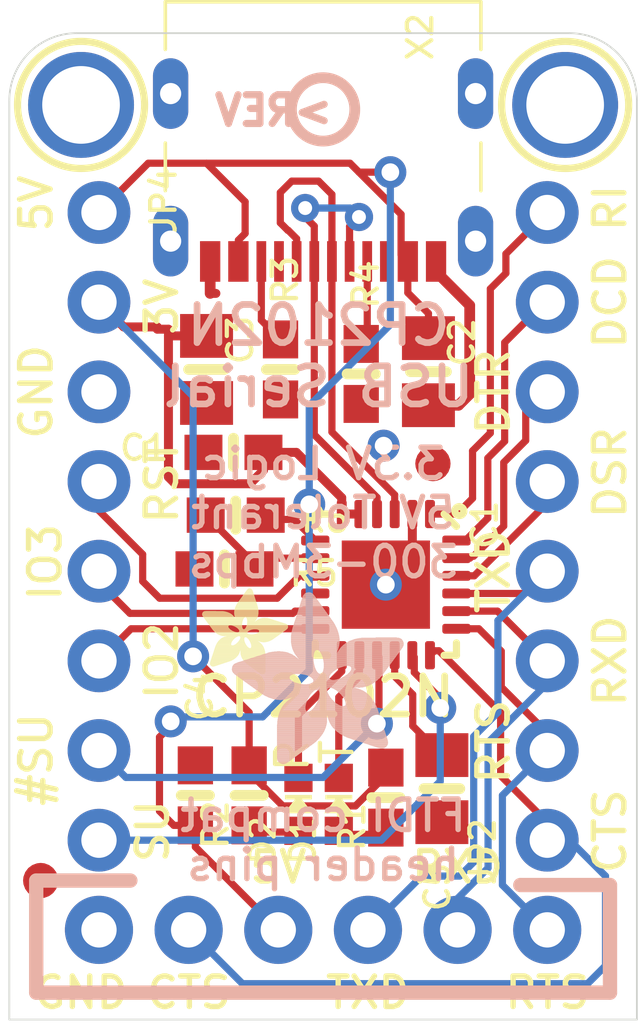
<source format=kicad_pcb>
(kicad_pcb (version 20211014) (generator pcbnew)
  (layers (0 "F.Cu" signal) (31 "B.Cu" signal) (34 "B.Paste" user) (35 "F.Paste" user) (36 "B.SilkS" user "B.Silkscreen") (37 "F.SilkS" user "F.Silkscreen") (38 "B.Mask" user) (39 "F.Mask" user) (44 "Edge.Cuts" user))
  (net 0 "")
  (net 1 "GND")
  (net 2 "VBUS")
  (net 3 "3.3V")
  (net 4 "N$1")
  (net 5 "N$5")
  (net 6 "N$6")
  (net 7 "N$7")
  (net 8 "RXD")
  (net 9 "TXD")
  (net 10 "CTS")
  (net 11 "RTS")
  (net 12 "GPIO2")
  (net 13 "GPIO3")
  (net 14 "RI")
  (net 15 "DCD")
  (net 16 "DTR")
  (net 17 "DSR")
  (net 18 "SUSP")
  (net 19 "#SUSP")
  (net 20 "RST")
  (net 21 "D+")
  (net 22 "D-")
  (net 23 "CC1")
  (net 24 "CC2")
  (net 25 "VBUS_DETECT")
  (net 26 "N$2")
  (footprint "boardEagle:0805-NO" (layer "F.Cu") (at 145.1991 100.5586 -90)
    (fp_text reference "C3" (at -1.5875 -0.9525 90) (layer "F.SilkS") (effects (font (size 0.692831 0.692831) (thickness 0.119969)) (justify right)))
    (fp_text value "10uF")
    (pad "1" smd rect (at -0.95 0 270) (size 1.24 1.5) (layers "F.Cu" "F.Paste" "F.Mask") (net 3 "3.3V"))
    (pad "2" smd rect (at 0.95 0 270) (size 1.24 1.5) (layers "F.Cu" "F.Paste" "F.Mask") (net 1 "GND"))
  )
  (footprint "boardEagle:FIDUCIAL_1MM" (layer "F.Cu") (at 151.6126 103.2256)
    (fp_text reference "FID2" hide)
    (fp_text value "FIDUCIAL_1MM" hide)
    (pad "1" smd roundrect (at 0 0) (size 1 1) (layers "F.Cu" "F.Mask") (roundrect_rratio 0.5))
  )
  (footprint "boardEagle:MOUNTINGHOLE_2.0_PLATED" (layer "F.Cu") (at 155.3591 93.0656)
    (fp_text reference "U$18" hide)
    (fp_text value "MOUNTINGHOLE2.0" hide)
    (pad "P$1" thru_hole circle (at 0 0) (size 3 3) (drill 2.2) (layers *.Cu *.Mask))
  )
  (footprint "boardEagle:0603-NO" (layer "F.Cu") (at 146.0246 104.6861)
    (fp_text reference "R6" (at 1.778 0.127) (layer "F.SilkS") (effects (font (size 0.692831 0.692831) (thickness 0.119969)) (justify left)))
    (fp_text value "20K")
    (pad "1" smd rect (at -0.85 0) (size 1.075 1) (layers "F.Cu" "F.Paste" "F.Mask") (net 25 "VBUS_DETECT"))
    (pad "2" smd rect (at 0.85 0) (size 1.075 1) (layers "F.Cu" "F.Paste" "F.Mask") (net 2 "VBUS"))
  )
  (footprint "boardEagle:MOUNTINGHOLE_2.0_PLATED" (layer "F.Cu") (at 141.6431 93.0656)
    (fp_text reference "U$19" hide)
    (fp_text value "MOUNTINGHOLE2.0" hide)
    (pad "P$1" thru_hole circle (at 0 0) (size 3 3) (drill 2.2) (layers *.Cu *.Mask))
  )
  (footprint "boardEagle:0603-NO" (layer "F.Cu") (at 149.5806 100.6856 90)
    (fp_text reference "R4" (at 1.778 0.127 90) (layer "F.SilkS") (effects (font (size 0.692831 0.692831) (thickness 0.119969)) (justify left)))
    (fp_text value "5.1K")
    (pad "1" smd rect (at -0.85 0 90) (size 1.075 1) (layers "F.Cu" "F.Paste" "F.Mask") (net 1 "GND"))
    (pad "2" smd rect (at 0.85 0 90) (size 1.075 1) (layers "F.Cu" "F.Paste" "F.Mask") (net 23 "CC1"))
  )
  (footprint "boardEagle:0805-NO" (layer "F.Cu") (at 151.4856 100.6221 -90)
    (fp_text reference "C2" (at -1.5875 -0.9525 90) (layer "F.SilkS") (effects (font (size 0.692831 0.692831) (thickness 0.119969)) (justify right)))
    (fp_text value "10uF")
    (pad "1" smd rect (at -0.95 0 270) (size 1.24 1.5) (layers "F.Cu" "F.Paste" "F.Mask") (net 2 "VBUS"))
    (pad "2" smd rect (at 0.95 0 270) (size 1.24 1.5) (layers "F.Cu" "F.Paste" "F.Mask") (net 1 "GND"))
  )
  (footprint "boardEagle:0603-NO" (layer "F.Cu") (at 144.8816 112.6236 90)
    (fp_text reference "C4" (at 2.032 0.127 90) (layer "F.SilkS") (effects (font (size 0.692831 0.692831) (thickness 0.119969)) (justify left)))
    (fp_text value "0.1uF")
    (pad "1" smd rect (at -0.85 0 90) (size 1.075 1) (layers "F.Cu" "F.Paste" "F.Mask") (net 2 "VBUS"))
    (pad "2" smd rect (at 0.85 0 90) (size 1.075 1) (layers "F.Cu" "F.Paste" "F.Mask") (net 1 "GND"))
  )
  (footprint "boardEagle:QFN24_4MM_SMSC" (layer "F.Cu") (at 150.2791 106.6546 -90)
    (fp_text reference "IC1" (at -2.45 -2.8 90) (layer "F.SilkS") (effects (font (size 0.692831 0.692831) (thickness 0.119969)) (justify right)))
    (fp_text value "CP2102N-24")
    (pad "1" smd roundrect (at -2 -1.25 90) (size 0.8 0.28) (layers "F.Cu" "F.Paste" "F.Mask") (net 14 "RI"))
    (pad "2" smd roundrect (at -2 -0.75 90) (size 0.8 0.28) (layers "F.Cu" "F.Paste" "F.Mask") (net 1 "GND"))
    (pad "3" smd roundrect (at -2 -0.25 90) (size 0.8 0.28) (layers "F.Cu" "F.Paste" "F.Mask") (net 21 "D+"))
    (pad "4" smd roundrect (at -2 0.25 90) (size 0.8 0.28) (layers "F.Cu" "F.Paste" "F.Mask") (net 22 "D-"))
    (pad "5" smd roundrect (at -2 0.75 90) (size 0.8 0.28) (layers "F.Cu" "F.Paste" "F.Mask") (net 3 "3.3V"))
    (pad "6" smd roundrect (at -2 1.25 90) (size 0.8 0.28) (layers "F.Cu" "F.Paste" "F.Mask") (net 3 "3.3V"))
    (pad "7" smd roundrect (at -1.25 2) (size 0.8 0.28) (layers "F.Cu" "F.Paste" "F.Mask") (net 2 "VBUS"))
    (pad "8" smd roundrect (at -0.75 2) (size 0.8 0.28) (layers "F.Cu" "F.Paste" "F.Mask") (net 25 "VBUS_DETECT"))
    (pad "9" smd roundrect (at -0.25 2) (size 0.8 0.28) (layers "F.Cu" "F.Paste" "F.Mask") (net 20 "RST"))
    (pad "10" smd roundrect (at 0.25 2) (size 0.8 0.28) (layers "F.Cu" "F.Paste" "F.Mask"))
    (pad "11" smd roundrect (at 0.75 2) (size 0.8 0.28) (layers "F.Cu" "F.Paste" "F.Mask") (net 13 "GPIO3"))
    (pad "12" smd roundrect (at 1.25 2) (size 0.8 0.28) (layers "F.Cu" "F.Paste" "F.Mask") (net 12 "GPIO2"))
    (pad "13" smd roundrect (at 2 1.25 270) (size 0.8 0.28) (layers "F.Cu" "F.Paste" "F.Mask") (net 7 "N$7"))
    (pad "14" smd roundrect (at 2 0.75 270) (size 0.8 0.28) (layers "F.Cu" "F.Paste" "F.Mask") (net 6 "N$6"))
    (pad "15" smd roundrect (at 2 0.25 270) (size 0.8 0.28) (layers "F.Cu" "F.Paste" "F.Mask") (net 19 "#SUSP"))
    (pad "16" smd roundrect (at 2 -0.25 270) (size 0.8 0.28) (layers "F.Cu" "F.Paste" "F.Mask") (net 26 "N$2"))
    (pad "17" smd roundrect (at 2 -0.75 270) (size 0.8 0.28) (layers "F.Cu" "F.Paste" "F.Mask") (net 18 "SUSP"))
    (pad "18" smd roundrect (at 2 -1.25 270) (size 0.8 0.28) (layers "F.Cu" "F.Paste" "F.Mask") (net 10 "CTS"))
    (pad "19" smd roundrect (at 1.25 -2 180) (size 0.8 0.28) (layers "F.Cu" "F.Paste" "F.Mask") (net 11 "RTS"))
    (pad "20" smd roundrect (at 0.75 -2 180) (size 0.8 0.28) (layers "F.Cu" "F.Paste" "F.Mask") (net 8 "RXD"))
    (pad "21" smd roundrect (at 0.25 -2 180) (size 0.8 0.28) (layers "F.Cu" "F.Paste" "F.Mask") (net 9 "TXD"))
    (pad "22" smd roundrect (at -0.25 -2 180) (size 0.8 0.28) (layers "F.Cu" "F.Paste" "F.Mask") (net 17 "DSR"))
    (pad "23" smd roundrect (at -0.75 -2 180) (size 0.8 0.28) (layers "F.Cu" "F.Paste" "F.Mask") (net 16 "DTR"))
    (pad "24" smd roundrect (at -1.25 -2 180) (size 0.8 0.28) (layers "F.Cu" "F.Paste" "F.Mask") (net 15 "DCD"))
    (pad "THERM" smd rect (at 0 0 270) (size 2.5 2.5) (layers "F.Cu" "F.Mask") (net 1 "GND"))
  )
  (footprint "boardEagle:USB_C_CUSB31-CFM2AX-01-X" (layer "F.Cu") (at 148.5011 93.9546 180)
    (fp_text reference "X2" (at -2.75 3.56 90) (layer "F.SilkS") (effects (font (size 0.692831 0.692831) (thickness 0.119969)) (justify right)))
    (fp_text value "")
    (pad "" np_thru_hole circle (at -2.89 -2.47 180) (size 0.65 0.65) (drill 0.65) (layers *.Cu *.Mask))
    (pad "" np_thru_hole circle (at 2.89 -2.47 180) (size 0.65 0.65) (drill 0.65) (layers *.Cu *.Mask))
    (pad "A1B12" smd rect (at -3.2 -3.545 180) (size 0.575 1.15) (layers "F.Cu" "F.Paste" "F.Mask") (net 1 "GND"))
    (pad "A4B9" smd rect (at -2.4 -3.545 180) (size 0.575 1.15) (layers "F.Cu" "F.Paste" "F.Mask") (net 2 "VBUS"))
    (pad "A5" smd rect (at -1.25 -3.545 180) (size 0.275 1.15) (layers "F.Cu" "F.Paste" "F.Mask") (net 23 "CC1"))
    (pad "A6" smd rect (at -0.25 -3.545 180) (size 0.275 1.15) (layers "F.Cu" "F.Paste" "F.Mask") (net 21 "D+"))
    (pad "A7" smd rect (at 0.25 -3.545 180) (size 0.275 1.15) (layers "F.Cu" "F.Paste" "F.Mask") (net 22 "D-"))
    (pad "A8" smd rect (at 1.25 -3.545 180) (size 0.275 1.15) (layers "F.Cu" "F.Paste" "F.Mask"))
    (pad "B1A12" smd rect (at 3.2 -3.545 180) (size 0.575 1.15) (layers "F.Cu" "F.Paste" "F.Mask") (net 1 "GND"))
    (pad "B4A9" smd rect (at 2.4 -3.545 180) (size 0.575 1.15) (layers "F.Cu" "F.Paste" "F.Mask") (net 2 "VBUS"))
    (pad "B5" smd rect (at 1.75 -3.545 180) (size 0.275 1.15) (layers "F.Cu" "F.Paste" "F.Mask") (net 24 "CC2"))
    (pad "B6" smd rect (at 0.75 -3.545 180) (size 0.275 1.15) (layers "F.Cu" "F.Paste" "F.Mask") (net 21 "D+"))
    (pad "B7" smd rect (at -0.75 -3.545 180) (size 0.275 1.15) (layers "F.Cu" "F.Paste" "F.Mask") (net 22 "D-"))
    (pad "B8" smd rect (at -1.75 -3.545 180) (size 0.275 1.15) (layers "F.Cu" "F.Paste" "F.Mask"))
    (pad "M1" thru_hole oval (at -4.32 -2.97 270) (size 2 1) (drill 0.6) (layers *.Cu *.Mask))
    (pad "M2" thru_hole oval (at 4.32 -2.97 270) (size 2 1) (drill 0.6) (layers *.Cu *.Mask))
    (pad "M3" thru_hole oval (at -4.32 1.21 270) (size 2 1) (drill 0.6) (layers *.Cu *.Mask))
    (pad "M4" thru_hole oval (at 4.32 1.21 270) (size 2 1) (drill 0.6) (layers *.Cu *.Mask))
  )
  (footprint "boardEagle:1X08_ROUND_70" (layer "F.Cu") (at 142.1511 105.0036 -90)
    (fp_text reference "JP4" (at -10.2362 -1.8288 90) (layer "F.SilkS") (effects (font (size 0.692831 0.692831) (thickness 0.119969)) (justify right)))
    (fp_text value "Control")
    (pad "1" thru_hole circle (at -8.89 0) (size 1.778 1.778) (drill 1) (layers *.Cu *.Mask) (net 2 "VBUS"))
    (pad "2" thru_hole circle (at -6.35 0) (size 1.778 1.778) (drill 1) (layers *.Cu *.Mask) (net 3 "3.3V"))
    (pad "3" thru_hole circle (at -3.81 0) (size 1.778 1.778) (drill 1) (layers *.Cu *.Mask) (net 1 "GND"))
    (pad "4" thru_hole circle (at -1.27 0) (size 1.778 1.778) (drill 1) (layers *.Cu *.Mask) (net 20 "RST"))
    (pad "5" thru_hole circle (at 1.27 0) (size 1.778 1.778) (drill 1) (layers *.Cu *.Mask) (net 13 "GPIO3"))
    (pad "6" thru_hole circle (at 3.81 0) (size 1.778 1.778) (drill 1) (layers *.Cu *.Mask) (net 12 "GPIO2"))
    (pad "7" thru_hole circle (at 6.35 0) (size 1.778 1.778) (drill 1) (layers *.Cu *.Mask) (net 19 "#SUSP"))
    (pad "8" thru_hole circle (at 8.89 0) (size 1.778 1.778) (drill 1) (layers *.Cu *.Mask) (net 18 "SUSP"))
  )
  (footprint "boardEagle:1X06_ROUND_76" (layer "F.Cu") (at 148.5011 116.4336)
    (fp_text reference "JP1" hide)
    (fp_text value "FTDI")
    (pad "1" thru_hole circle (at -6.35 0 90) (size 1.9304 1.9304) (drill 1) (layers *.Cu *.Mask) (net 1 "GND"))
    (pad "2" thru_hole circle (at -3.81 0 90) (size 1.9304 1.9304) (drill 1) (layers *.Cu *.Mask) (net 10 "CTS"))
    (pad "3" thru_hole circle (at -1.27 0 90) (size 1.9304 1.9304) (drill 1) (layers *.Cu *.Mask) (net 2 "VBUS"))
    (pad "4" thru_hole circle (at 1.27 0 90) (size 1.9304 1.9304) (drill 1) (layers *.Cu *.Mask) (net 9 "TXD"))
    (pad "5" thru_hole circle (at 3.81 0 90) (size 1.9304 1.9304) (drill 1) (layers *.Cu *.Mask) (net 8 "RXD"))
    (pad "6" thru_hole circle (at 6.35 0 90) (size 1.9304 1.9304) (drill 1) (layers *.Cu *.Mask) (net 11 "RTS"))
  )
  (footprint "boardEagle:0603-NO" (layer "F.Cu") (at 150.2791 112.6871 90)
    (fp_text reference "R1" (at -1.5875 -0.9525 90) (layer "F.SilkS") (effects (font (size 0.692831 0.692831) (thickness 0.119969)) (justify left)))
    (fp_text value "20K")
    (pad "1" smd rect (at -0.85 0 90) (size 1.075 1) (layers "F.Cu" "F.Paste" "F.Mask") (net 4 "N$1"))
    (pad "2" smd rect (at 0.85 0 90) (size 1.075 1) (layers "F.Cu" "F.Paste" "F.Mask") (net 3 "3.3V"))
  )
  (footprint "boardEagle:FIDUCIAL_1MM" (layer "F.Cu") (at 140.5001 115.0366)
    (fp_text reference "FID1" hide)
    (fp_text value "FIDUCIAL_1MM" hide)
    (pad "1" smd roundrect (at 0 0) (size 1 1) (layers "F.Cu" "F.Mask") (roundrect_rratio 0.5))
  )
  (footprint "boardEagle:0603-NO" (layer "F.Cu") (at 146.4056 112.6236 90)
    (fp_text reference "R2" (at -1.5875 -0.9525 90) (layer "F.SilkS") (effects (font (size 0.692831 0.692831) (thickness 0.119969)) (justify left)))
    (fp_text value "20K")
    (pad "1" smd rect (at -0.85 0 90) (size 1.075 1) (layers "F.Cu" "F.Paste" "F.Mask") (net 5 "N$5"))
    (pad "2" smd rect (at 0.85 0 90) (size 1.075 1) (layers "F.Cu" "F.Paste" "F.Mask") (net 3 "3.3V"))
  )
  (footprint "boardEagle:1X08_ROUND_70" (layer "F.Cu") (at 154.8511 105.0036 90)
    (fp_text reference "JP2" (at -10.2362 -1.8288 90) (layer "F.SilkS") (effects (font (size 0.692831 0.692831) (thickness 0.119969)) (justify left)))
    (fp_text value "Modem")
    (pad "1" thru_hole circle (at -8.89 0 180) (size 1.778 1.778) (drill 1) (layers *.Cu *.Mask) (net 10 "CTS"))
    (pad "2" thru_hole circle (at -6.35 0 180) (size 1.778 1.778) (drill 1) (layers *.Cu *.Mask) (net 11 "RTS"))
    (pad "3" thru_hole circle (at -3.81 0 180) (size 1.778 1.778) (drill 1) (layers *.Cu *.Mask) (net 8 "RXD"))
    (pad "4" thru_hole circle (at -1.27 0 180) (size 1.778 1.778) (drill 1) (layers *.Cu *.Mask) (net 9 "TXD"))
    (pad "5" thru_hole circle (at 1.27 0 180) (size 1.778 1.778) (drill 1) (layers *.Cu *.Mask) (net 17 "DSR"))
    (pad "6" thru_hole circle (at 3.81 0 180) (size 1.778 1.778) (drill 1) (layers *.Cu *.Mask) (net 16 "DTR"))
    (pad "7" thru_hole circle (at 6.35 0 180) (size 1.778 1.778) (drill 1) (layers *.Cu *.Mask) (net 15 "DCD"))
    (pad "8" thru_hole circle (at 8.89 0 180) (size 1.778 1.778) (drill 1) (layers *.Cu *.Mask) (net 14 "RI"))
  )
  (footprint "boardEagle:0603-NO" (layer "F.Cu") (at 147.2946 100.5586 90)
    (fp_text reference "R3" (at 1.778 0.127 90) (layer "F.SilkS") (effects (font (size 0.692831 0.692831) (thickness 0.119969)) (justify left)))
    (fp_text value "5.1K")
    (pad "1" smd rect (at -0.85 0 90) (size 1.075 1) (layers "F.Cu" "F.Paste" "F.Mask") (net 1 "GND"))
    (pad "2" smd rect (at 0.85 0 90) (size 1.075 1) (layers "F.Cu" "F.Paste" "F.Mask") (net 24 "CC2"))
  )
  (footprint "boardEagle:0805-NO" (layer "F.Cu") (at 151.8666 112.4331 -90)
    (fp_text reference "C5" (at 2.032 0.127 90) (layer "F.SilkS") (effects (font (size 0.692831 0.692831) (thickness 0.119969)) (justify right)))
    (fp_text value "10uF")
    (pad "1" smd rect (at -0.95 0 270) (size 1.24 1.5) (layers "F.Cu" "F.Paste" "F.Mask") (net 26 "N$2"))
    (pad "2" smd rect (at 0.95 0 270) (size 1.24 1.5) (layers "F.Cu" "F.Paste" "F.Mask") (net 1 "GND"))
  )
  (footprint "boardEagle:ADAFRUIT_2.5MM" (layer "F.Cu") (at 145.0721 109.1946)
    (fp_text reference "U$8" hide)
    (fp_text value "" hide)
  )
  (footprint "boardEagle:CHIPLED_0603_NOOUTLINE" (layer "F.Cu") (at 147.8026 112.8776)
    (fp_text reference "D2" (at -1.016 1.778 90) (layer "F.SilkS") (effects (font (size 0.692831 0.692831) (thickness 0.119969)) (justify left)))
    (fp_text value "GREEN")
    (pad "A" smd rect (at 0 0.75) (size 0.8 0.8) (layers "F.Cu" "F.Paste" "F.Mask") (net 5 "N$5"))
    (pad "C" smd rect (at 0 -0.75) (size 0.8 0.8) (layers "F.Cu" "F.Paste" "F.Mask") (net 7 "N$7"))
  )
  (footprint "boardEagle:0603-NO" (layer "F.Cu") (at 145.9611 102.9081 180)
    (fp_text reference "C1" (at 1.778 0.127) (layer "F.SilkS") (effects (font (size 0.692831 0.692831) (thickness 0.119969)) (justify right)))
    (fp_text value "0.1uF")
    (pad "1" smd rect (at -0.85 0 180) (size 1.075 1) (layers "F.Cu" "F.Paste" "F.Mask") (net 3 "3.3V"))
    (pad "2" smd rect (at 0.85 0 180) (size 1.075 1) (layers "F.Cu" "F.Paste" "F.Mask") (net 1 "GND"))
  )
  (footprint "boardEagle:CHIPLED_0603_NOOUTLINE" (layer "F.Cu") (at 148.9456 112.8776)
    (fp_text reference "D1" (at -1.016 1.778 90) (layer "F.SilkS") (effects (font (size 0.692831 0.692831) (thickness 0.119969)) (justify left)))
    (fp_text value "RED")
    (pad "A" smd rect (at 0 0.75) (size 0.8 0.8) (layers "F.Cu" "F.Paste" "F.Mask") (net 4 "N$1"))
    (pad "C" smd rect (at 0 -0.75) (size 0.8 0.8) (layers "F.Cu" "F.Paste" "F.Mask") (net 6 "N$6"))
  )
  (footprint "boardEagle:0603-NO" (layer "F.Cu") (at 145.7071 106.2101)
    (fp_text reference "R5" (at 1.778 0.127) (layer "F.SilkS") (effects (font (size 0.692831 0.692831) (thickness 0.119969)) (justify left)))
    (fp_text value "47K")
    (pad "1" smd rect (at -0.85 0) (size 1.075 1) (layers "F.Cu" "F.Paste" "F.Mask") (net 1 "GND"))
    (pad "2" smd rect (at 0.85 0) (size 1.075 1) (layers "F.Cu" "F.Paste" "F.Mask") (net 25 "VBUS_DETECT"))
  )
  (footprint "boardEagle:ADAFRUIT_5MM" (layer "B.Cu") (at 150.7871 111.7346 180)
    (fp_text reference "U$22" hide)
    (fp_text value "" hide)
  )
  (footprint "boardEagle:PCBFEAT-REV-040" (layer "B.Cu") (at 148.5011 93.1926 180)
    (fp_text reference "U$17" hide)
    (fp_text value "" hide)
    (fp_text user ">REV" (at -0.3556 -0.508) (layer "B.SilkS") (effects (font (size 0.8128 0.8128) (thickness 0.2032)) (justify left bottom mirror)))
  )
  (gr_line (start 140.3731 118.2116) (end 156.6291 118.2116) (layer "B.SilkS") (width 0.4064))
  (gr_line (start 143.0401 115.0366) (end 140.3731 115.0366) (layer "B.SilkS") (width 0.4064))
  (gr_line (start 156.6291 115.1636) (end 154.0891 115.1636) (layer "B.SilkS") (width 0.4064))
  (gr_line (start 140.3731 115.0366) (end 140.3731 118.2116) (layer "B.SilkS") (width 0.4064))
  (gr_line (start 156.6291 118.2116) (end 156.6291 115.1636) (layer "B.SilkS") (width 0.4064))
  (gr_line (start 139.6111 118.9736) (end 139.6111 92.9386) (layer "Edge.Cuts") (width 0.05))
  (gr_arc (start 155.4861 91.0336) (mid 156.833138 91.591562) (end 157.3911 92.9386) (layer "Edge.Cuts") (width 0.05))
  (gr_line (start 157.3911 118.9736) (end 139.6111 118.9736) (layer "Edge.Cuts") (width 0.05))
  (gr_arc (start 139.6111 92.9386) (mid 140.169062 91.591562) (end 141.5161 91.0336) (layer "Edge.Cuts") (width 0.05))
  (gr_line (start 141.5161 91.0336) (end 155.4861 91.0336) (layer "Edge.Cuts") (width 0.05))
  (gr_line (start 157.3911 92.9386) (end 157.3911 118.9736) (layer "Edge.Cuts") (width 0.05))
  (gr_text "3.3V Logic\n5V Tolerant\n300-3Mbps" (at 148.5011 104.6226) (layer "B.SilkS") (effects (font (size 0.8636 0.8636) (thickness 0.1524)) (justify mirror)))
  (gr_text "FTDI compat\nheader pins" (at 148.5011 113.8936) (layer "B.SilkS") (effects (font (size 0.8636 0.8636) (thickness 0.1524)) (justify mirror)))
  (gr_text "CP2102N\nUSB Serial" (at 148.3741 100.1776) (layer "B.SilkS") (effects (font (size 1.0795 1.0795) (thickness 0.1905)) (justify mirror)))
  (gr_text "GND" (at 141.6431 118.2116) (layer "F.SilkS") (effects (font (size 0.8636 0.8636) (thickness 0.1524))))
  (gr_text "#SU" (at 140.3731 111.6076 90) (layer "F.SilkS") (effects (font (size 0.8636 0.8636) (thickness 0.1524))))
  (gr_text "CTS" (at 144.6911 118.2116) (layer "F.SilkS") (effects (font (size 0.8636 0.8636) (thickness 0.1524))))
  (gr_text "DTR" (at 153.3271 101.1936 90) (layer "F.SilkS") (effects (font (size 0.8636 0.8636) (thickness 0.1524))))
  (gr_text "DCD" (at 156.6291 98.6536 90) (layer "F.SilkS") (effects (font (size 0.8636 0.8636) (thickness 0.1524))))
  (gr_text "RXD" (at 152.3111 114.6556) (layer "F.SilkS") (effects (font (size 0.8636 0.8636) (thickness 0.1524))))
  (gr_text "T" (at 148.3741 110.9726 90) (layer "F.SilkS") (effects (font (size 0.89408 0.89408) (thickness 0.12192)) (justify right top)))
  (gr_text "RTS" (at 154.8511 118.2116) (layer "F.SilkS") (effects (font (size 0.8636 0.8636) (thickness 0.1524))))
  (gr_text "3V" (at 143.9291 98.7806 90) (layer "F.SilkS") (effects (font (size 0.8636 0.8636) (thickness 0.1524))))
  (gr_text "5V" (at 140.3731 95.8596 90) (layer "F.SilkS") (effects (font (size 0.8636 0.8636) (thickness 0.1524))))
  (gr_text "DSR" (at 156.6291 103.4796 90) (layer "F.SilkS") (effects (font (size 0.8636 0.8636) (thickness 0.1524))))
  (gr_text "CP2102N" (at 148.5011 109.8296) (layer "F.SilkS") (effects (font (size 1.0795 1.0795) (thickness 0.1905))))
  (gr_text "TXD" (at 153.3271 106.2736 90) (layer "F.SilkS") (effects (font (size 0.8636 0.8636) (thickness 0.1524))))
  (gr_text "IO2" (at 143.9291 108.8136 90) (layer "F.SilkS") (effects (font (size 0.8636 0.8636) (thickness 0.1524))))
  (gr_text "RXD" (at 156.6291 108.8136 90) (layer "F.SilkS") (effects (font (size 0.8636 0.8636) (thickness 0.1524))))
  (gr_text "5V" (at 147.2311 114.6556) (layer "F.SilkS") (effects (font (size 0.8636 0.8636) (thickness 0.1524))))
  (gr_text "SU" (at 143.6751 113.6396 90) (layer "F.SilkS") (effects (font (size 0.8636 0.8636) (thickness 0.1524))))
  (gr_text "CTS" (at 156.6291 113.6396 90) (layer "F.SilkS") (effects (font (size 0.8636 0.8636) (thickness 0.1524))))
  (gr_text "RTS" (at 153.3271 111.0996 90) (layer "F.SilkS") (effects (font (size 0.8636 0.8636) (thickness 0.1524))))
  (gr_text "RI" (at 156.6291 95.9866 90) (layer "F.SilkS") (effects (font (size 0.8636 0.8636) (thickness 0.1524))))
  (gr_text "IO3" (at 140.6271 106.0196 90) (layer "F.SilkS") (effects (font (size 0.8636 0.8636) (thickness 0.1524))))
  (gr_text "TXD" (at 149.7711 118.2116) (layer "F.SilkS") (effects (font (size 0.8636 0.8636) (thickness 0.1524))))
  (gr_text "GND" (at 140.3731 101.1936 90) (layer "F.SilkS") (effects (font (size 0.8636 0.8636) (thickness 0.1524))))
  (gr_text "R" (at 147.1041 110.9726 90) (layer "F.SilkS") (effects (font (size 0.89408 0.89408) (thickness 0.12192)) (justify right top)))
  (gr_text "RST" (at 143.9291 103.7336 90) (layer "F.SilkS") (effects (font (size 0.8636 0.8636) (thickness 0.1524))))
  (segment (start 151.7011 97.7896) (end 152.6547 98.7432) (width 0.3048) (layer "F.Cu") (net 1))
  (segment (start 145.3011 97.4996) (end 145.3011 98.4044) (width 0.3048) (layer "F.Cu") (net 1))
  (segment (start 152.6547 101.2571) (end 152.3397 101.5721) (width 0.3048) (layer "F.Cu") (net 1))
  (segment (start 152.3397 101.5721) (end 151.4856 101.5721) (width 0.3048) (layer "F.Cu") (net 1))
  (segment (start 151.0291 105.9046) (end 150.2791 106.6546) (width 0.254) (layer "F.Cu") (net 1))
  (segment (start 151.7011 97.4996) (end 151.7011 97.7896) (width 0.3048) (layer "F.Cu") (net 1))
  (segment (start 151.0291 104.6546) (end 151.0291 105.9046) (width 0.254) (layer "F.Cu") (net 1))
  (segment (start 152.6547 98.7432) (end 152.6547 101.2571) (width 0.3048) (layer "F.Cu") (net 1))
  (segment (start 145.3011 98.4044) (end 145.4634 98.4044) (width 0.254) (layer "F.Cu") (net 1))
  (via (at 150.2791 106.6546) (size 0.9064) (drill 0.5) (layers "F.Cu" "B.Cu") (net 1))
  (via (at 150.2156 102.7176) (size 0.9064) (drill 0.5) (layers "F.Cu" "B.Cu") (net 1))
  (segment (start 146.2917 96.706519) (end 146.2917 95.8092) (width 0.2032) (layer "F.Cu") (net 2))
  (segment (start 150.4061 94.9706) (end 149.5171 94.9706) (width 0.2032) (layer "F.Cu") (net 2))
  (segment (start 144.8816 114.0841) (end 144.8816 113.4736) (width 0.2032) (layer "F.Cu") (net 2))
  (segment (start 146.1011 96.897119) (end 146.2917 96.706519) (width 0.2032) (layer "F.Cu") (net 2))
  (segment (start 147.70735 104.78135) (end 147.6816 104.8071) (width 0.2032) (layer "F.Cu") (net 2))
  (segment (start 147.70735 104.83285) (end 147.70735 104.78135) (width 0.2032) (layer "F.Cu") (net 2))
  (segment (start 148.2791 105.4046) (end 147.70735 104.83285) (width 0.2032) (layer "F.Cu") (net 2))
  (segment (start 146.9956 104.8071) (end 146.8746 104.6861) (width 0.2032) (layer "F.Cu") (net 2))
  (segment (start 150.7105 96.164) (end 150.7105 97.309) (width 0.2032) (layer "F.Cu") (net 2))
  (segment (start 143.5481 94.7166) (end 142.1511 96.1136) (width 0.2032) (layer "F.Cu") (net 2))
  (segment (start 149.5171 94.9706) (end 149.2631 94.7166) (width 0.2032) (layer "F.Cu") (net 2))
  (segment (start 150.9011 97.4996) (end 150.9011 98.3866) (width 0.2032) (layer "F.Cu") (net 2))
  (segment (start 146.1011 97.4996) (end 146.1011 96.897119) (width 0.2032) (layer "F.Cu") (net 2))
  (segment (start 144.1831 110.6551) (end 143.8656 110.9726) (width 0.2032) (layer "F.Cu") (net 2))
  (segment (start 144.2711 113.4736) (end 143.8656 113.0681) (width 0.2032) (layer "F.Cu") (net 2))
  (segment (start 151.4856 98.9711) (end 151.4856 99.6721) (width 0.2032) (layer "F.Cu") (net 2))
  (segment (start 150.9011 98.3866) (end 151.4856 98.9711) (width 0.2032) (layer "F.Cu") (net 2))
  (segment (start 146.2917 95.8092) (end 145.1991 94.7166) (width 0.2032) (layer "F.Cu") (net 2))
  (segment (start 147.2311 116.4336) (end 144.8816 114.0841) (width 0.2032) (layer "F.Cu") (net 2))
  (segment (start 149.5171 94.9706) (end 150.7105 96.164) (width 0.2032) (layer "F.Cu") (net 2))
  (segment (start 147.6816 104.8071) (end 146.9956 104.8071) (width 0.2032) (layer "F.Cu") (net 2))
  (segment (start 144.8816 113.4736) (end 144.2711 113.4736) (width 0.2032) (layer "F.Cu") (net 2))
  (segment (start 144.1831 110.5281) (end 144.1831 110.6551) (width 0.2032) (layer "F.Cu") (net 2))
  (segment (start 150.7105 97.309) (end 150.9011 97.4996) (width 0.2032) (layer "F.Cu") (net 2))
  (segment (start 145.1991 94.7166) (end 143.5481 94.7166) (width 0.2032) (layer "F.Cu") (net 2))
  (segment (start 143.8656 110.9726) (end 143.8656 113.0681) (width 0.2032) (layer "F.Cu") (net 2))
  (segment (start 148.108387 104.380313) (end 147.70735 104.78135) (width 0.2032) (layer "F.Cu") (net 2))
  (segment (start 145.1991 94.7166) (end 149.2631 94.7166) (width 0.2032) (layer "F.Cu") (net 2))
  (via (at 144.1831 110.5281) (size 0.9064) (drill 0.5) (layers "F.Cu" "B.Cu") (net 2))
  (via (at 150.4061 94.9706) (size 0.9064) (drill 0.5) (layers "F.Cu" "B.Cu") (net 2))
  (via (at 148.108387 104.380313) (size 0.9064) (drill 0.5) (layers "F.Cu" "B.Cu") (net 2))
  (segment (start 144.1831 110.5281) (end 144.3101 110.4011) (width 0.2032) (layer "B.Cu") (net 2))
  (segment (start 148.108387 109.079313) (end 148.108387 104.380313) (width 0.2032) (layer "B.Cu") (net 2))
  (segment (start 150.4061 99.2886) (end 148.108387 101.586313) (width 0.2032) (layer "B.Cu") (net 2))
  (segment (start 146.7866 110.4011) (end 144.3101 110.4011) (width 0.2032) (layer "B.Cu") (net 2))
  (segment (start 150.4061 99.2886) (end 150.4061 94.9706) (width 0.2032) (layer "B.Cu") (net 2))
  (segment (start 148.108387 109.079313) (end 146.7866 110.4011) (width 0.2032) (layer "B.Cu") (net 2))
  (segment (start 148.108387 104.380313) (end 148.108387 101.586313) (width 0.2032) (layer "B.Cu") (net 2))
  (segment (start 146.4056 111.7736) (end 146.4056 110.2741) (width 0.2032) (layer "F.Cu") (net 3))
  (segment (start 144.1196 99.4181) (end 143.8021 99.4181) (width 0.254) (layer "F.Cu") (net 3))
  (segment (start 146.4056 111.7736) (end 146.4056 111.9704) (width 0.2032) (layer "F.Cu") (net 3))
  (segment (start 142.8521 99.3546) (end 142.1511 98.6536) (width 0.254) (layer "F.Cu") (net 3))
  (segment (start 146.4301 103.7971) (end 144.3101 103.7971) (width 0.254) (layer "F.Cu") (net 3))
  (segment (start 144.1196 99.6086) (end 144.1196 99.4181) (width 0.254) (layer "F.Cu") (net 3))
  (segment (start 143.8021 99.3546) (end 142.8521 99.3546) (width 0.254) (layer "F.Cu") (net 3))
  (segment (start 144.1196 103.6066) (end 144.1196 99.6086) (width 0.254) (layer "F.Cu") (net 3))
  (segment (start 150.2791 112.06165) (end 149.41785 112.9229) (width 0.2032) (layer "F.Cu") (net 3))
  (segment (start 149.5291 104.6546) (end 149.0291 104.6546) (width 0.254) (layer "F.Cu") (net 3))
  (segment (start 150.2791 111.8371) (end 150.2791 112.06165) (width 0.2032) (layer "F.Cu") (net 3))
  (segment (start 146.8111 103.4161) (end 146.4301 103.7971) (width 0.254) (layer "F.Cu") (net 3))
  (segment (start 147.3581 112.9229) (end 146.4056 111.9704) (width 0.2032) (layer "F.Cu") (net 3))
  (segment (start 147.744075 102.9081) (end 146.8111 102.9081) (width 0.254) (layer "F.Cu") (net 3))
  (segment (start 145.1991 99.6086) (end 144.1196 99.6086) (width 0.254) (layer "F.Cu") (net 3))
  (segment (start 149.0291 104.193125) (end 147.744075 102.9081) (width 0.254) (layer "F.Cu") (net 3))
  (segment (start 146.8111 102.9081) (end 146.8111 103.4161) (width 0.254) (layer "F.Cu") (net 3))
  (segment (start 143.8021 99.4181) (end 143.8021 99.3546) (width 0.254) (layer "F.Cu") (net 3))
  (segment (start 147.3581 112.9229) (end 149.41785 112.9229) (width 0.2032) (layer "F.Cu") (net 3))
  (segment (start 149.0291 104.6546) (end 149.0291 104.193125) (width 0.254) (layer "F.Cu") (net 3))
  (segment (start 146.4056 110.2741) (end 144.8181 108.6866) (width 0.2032) (layer "F.Cu") (net 3))
  (segment (start 144.3101 103.7971) (end 144.1196 103.6066) (width 0.254) (layer "F.Cu") (net 3))
  (via (at 144.8181 108.6866) (size 0.9064) (drill 0.5) (layers "F.Cu" "B.Cu") (net 3))
  (segment (start 144.8181 101.3206) (end 142.1511 98.6536) (width 0.2032) (layer "B.Cu") (net 3))
  (segment (start 144.8181 108.6866) (end 144.8181 101.3206) (width 0.2032) (layer "B.Cu") (net 3))
  (segment (start 148.9456 113.6276) (end 149.0456 113.7276) (width 0.2032) (layer "F.Cu") (net 4))
  (segment (start 150.2791 113.5371) (end 150.0886 113.7276) (width 0.2032) (layer "F.Cu") (net 4))
  (segment (start 150.0886 113.7276) (end 149.0456 113.7276) (width 0.2032) (layer "F.Cu") (net 4))
  (segment (start 146.5961 113.6641) (end 146.4056 113.4736) (width 0.2032) (layer "F.Cu") (net 5))
  (segment (start 147.8026 113.6276) (end 147.7661 113.6641) (width 0.2032) (layer "F.Cu") (net 5))
  (segment (start 147.7661 113.6641) (end 146.5961 113.6641) (width 0.2032) (layer "F.Cu") (net 5))
  (segment (start 148.9456 112.1276) (end 148.9456 109.8416) (width 0.2032) (layer "F.Cu") (net 6))
  (segment (start 149.4656 109.1626) (end 149.4656 109.3216) (width 0.2032) (layer "F.Cu") (net 6))
  (segment (start 149.5291 109.0991) (end 149.4656 109.1626) (width 0.2032) (layer "F.Cu") (net 6))
  (segment (start 149.5291 108.6546) (end 149.5291 109.0991) (width 0.2032) (layer "F.Cu") (net 6))
  (segment (start 149.4656 109.3216) (end 148.9456 109.8416) (width 0.2032) (layer "F.Cu") (net 6))
  (segment (start 149.0291 109.1111) (end 147.8026 110.3376) (width 0.2032) (layer "F.Cu") (net 7))
  (segment (start 149.0291 108.6546) (end 149.0291 109.1111) (width 0.2032) (layer "F.Cu") (net 7))
  (segment (start 147.8026 110.3376) (end 147.8026 112.1276) (width 0.2032) (layer "F.Cu") (net 7))
  (segment (start 153.4421 107.4046) (end 154.8511 108.8136) (width 0.2032) (layer "F.Cu") (net 8))
  (segment (start 152.2791 107.4046) (end 153.4421 107.4046) (width 0.2032) (layer "F.Cu") (net 8))
  (segment (start 153.1747 111.125) (end 154.8511 109.4486) (width 0.2032) (layer "B.Cu") (net 8))
  (segment (start 152.3111 115.5446) (end 153.1747 114.681) (width 0.2032) (layer "B.Cu") (net 8))
  (segment (start 152.3111 116.4336) (end 152.3111 115.5446) (width 0.2032) (layer "B.Cu") (net 8))
  (segment (start 154.8511 109.4486) (end 154.8511 108.8136) (width 0.2032) (layer "B.Cu") (net 8))
  (segment (start 153.1747 114.681) (end 153.1747 111.125) (width 0.2032) (layer "B.Cu") (net 8))
  (segment (start 152.2791 106.9046) (end 154.2201 106.9046) (width 0.2032) (layer "F.Cu") (net 9))
  (segment (start 154.2201 106.9046) (end 154.8511 106.2736) (width 0.2032) (layer "F.Cu") (net 9))
  (segment (start 152.371362 114.9096) (end 152.7683 114.512663) (width 0.2032) (layer "B.Cu") (net 9))
  (segment (start 151.2951 114.9096) (end 152.371362 114.9096) (width 0.2032) (layer "B.Cu") (net 9))
  (segment (start 153.4541 110.270863) (end 153.4541 107.6706) (width 0.2032) (layer "B.Cu") (net 9))
  (segment (start 152.7683 110.956663) (end 153.4541 110.270863) (width 0.2032) (layer "B.Cu") (net 9))
  (segment (start 152.7683 114.512663) (end 152.7683 110.956663) (width 0.2032) (layer "B.Cu") (net 9))
  (segment (start 153.4541 107.6706) (end 154.8511 106.2736) (width 0.2032) (layer "B.Cu") (net 9))
  (segment (start 149.7711 116.4336) (end 151.2951 114.9096) (width 0.2032) (layer "B.Cu") (net 9))
  (segment (start 153.5303 112.0648) (end 154.8511 113.3856) (width 0.2032) (layer "F.Cu") (net 10))
  (segment (start 153.5303 110.2748) (end 153.5303 112.0648) (width 0.2032) (layer "F.Cu") (net 10))
  (segment (start 151.7831 108.5276) (end 151.6561 108.5276) (width 0.2032) (layer "F.Cu") (net 10))
  (segment (start 154.8511 113.3856) (end 154.8511 113.8936) (width 0.2032) (layer "F.Cu") (net 10))
  (segment (start 151.5291 108.6546) (end 151.6561 108.5276) (width 0.2032) (layer "F.Cu") (net 10))
  (segment (start 153.5303 110.2748) (end 151.7831 108.5276) (width 0.2032) (layer "F.Cu") (net 10))
  (segment (start 156.5021 117.4496) (end 156.5021 114.9096) (width 0.2032) (layer "B.Cu") (net 10))
  (segment (start 155.9941 117.9576) (end 156.5021 117.4496) (width 0.2032) (layer "B.Cu") (net 10))
  (segment (start 155.4861 113.8936) (end 154.8511 113.8936) (width 0.2032) (layer "B.Cu") (net 10))
  (segment (start 156.5021 114.9096) (end 155.4861 113.8936) (width 0.2032) (layer "B.Cu") (net 10))
  (segment (start 146.2151 117.9576) (end 155.9941 117.9576) (width 0.2032) (layer "B.Cu") (net 10))
  (segment (start 144.6911 116.4336) (end 146.2151 117.9576) (width 0.2032) (layer "B.Cu") (net 10))
  (segment (start 152.2791 107.9046) (end 152.9141 107.9046) (width 0.2032) (layer "F.Cu") (net 11))
  (segment (start 154.8511 110.8576) (end 154.8511 111.3536) (width 0.2032) (layer "F.Cu") (net 11))
  (segment (start 154.8511 110.8576) (end 153.5491 109.5556) (width 0.2032) (layer "F.Cu") (net 11))
  (segment (start 153.5491 108.5396) (end 153.5491 109.5556) (width 0.2032) (layer "F.Cu") (net 11))
  (segment (start 153.5491 108.5396) (end 152.9141 107.9046) (width 0.2032) (layer "F.Cu") (net 11))
  (segment (start 153.5811 115.1636) (end 153.5811 112.6236) (width 0.2032) (layer "B.Cu") (net 11))
  (segment (start 154.8511 116.4336) (end 153.5811 115.1636) (width 0.2032) (layer "B.Cu") (net 11))
  (segment (start 153.5811 112.6236) (end 154.8511 111.3536) (width 0.2032) (layer "B.Cu") (net 11))
  (segment (start 148.2791 107.9046) (end 143.0601 107.9046) (width 0.2032) (layer "F.Cu") (net 12))
  (segment (start 143.0601 107.9046) (end 142.1511 108.8136) (width 0.2032) (layer "F.Cu") (net 12))
  (segment (start 147.7076 107.4046) (end 147.6441 107.4681) (width 0.2032) (layer "F.Cu") (net 13))
  (segment (start 148.2791 107.4046) (end 147.7076 107.4046) (width 0.2032) (layer "F.Cu") (net 13))
  (segment (start 143.0281 107.4681) (end 142.1511 106.5911) (width 0.2032) (layer "F.Cu") (net 13))
  (segment (start 142.1511 106.2736) (end 142.1511 106.5911) (width 0.2032) (layer "F.Cu") (net 13))
  (segment (start 147.6441 107.4681) (end 143.0281 107.4681) (width 0.2032) (layer "F.Cu") (net 13))
  (segment (start 153.2389 98.275332) (end 153.2389 102.3613) (width 0.2032) (layer "F.Cu") (net 14))
  (segment (start 152.7356 104.2101) (end 152.2911 104.6546) (width 0.2032) (layer "F.Cu") (net 14))
  (segment (start 152.7356 102.8646) (end 152.7356 104.2101) (width 0.2032) (layer "F.Cu") (net 14))
  (segment (start 154.8511 96.1136) (end 153.6799 97.2848) (width 0.2032) (layer "F.Cu") (net 14))
  (segment (start 153.6799 97.834332) (end 153.2389 98.275332) (width 0.2032) (layer "F.Cu") (net 14))
  (segment (start 153.2389 102.3613) (end 152.7356 102.8646) (width 0.2032) (layer "F.Cu") (net 14))
  (segment (start 153.6799 97.2848) (end 153.6799 97.834332) (width 0.2032) (layer "F.Cu") (net 14))
  (segment (start 152.2911 104.6546) (end 151.5291 104.6546) (width 0.2032) (layer "F.Cu") (net 14))
  (segment (start 153.6453 99.7966) (end 154.7883 98.6536) (width 0.2032) (layer "F.Cu") (net 15))
  (segment (start 153.6453 102.593138) (end 153.6453 99.7966) (width 0.2032) (layer "F.Cu") (net 15))
  (segment (start 154.7883 98.6536) (end 154.8511 98.6536) (width 0.2032) (layer "F.Cu") (net 15))
  (segment (start 153.1681 103.070338) (end 153.6453 102.593138) (width 0.2032) (layer "F.Cu") (net 15))
  (segment (start 153.1681 104.7696) (end 152.5331 105.4046) (width 0.2032) (layer "F.Cu") (net 15))
  (segment (start 153.1681 103.070338) (end 153.1681 104.7696) (width 0.2032) (layer "F.Cu") (net 15))
  (segment (start 152.2791 105.4046) (end 152.5331 105.4046) (width 0.2032) (layer "F.Cu") (net 15))
  (segment (start 152.76435 105.8494) (end 153.6189 104.99485) (width 0.2032) (layer "F.Cu") (net 16))
  (segment (start 152.2791 105.9046) (end 152.6601 105.9046) (width 0.2032) (layer "F.Cu") (net 16))
  (segment (start 152.7153 105.8494) (end 152.76435 105.8494) (width 0.2032) (layer "F.Cu") (net 16))
  (segment (start 152.7153 105.8494) (end 152.6601 105.9046) (width 0.2032) (layer "F.Cu") (net 16))
  (segment (start 154.2422 102.570975) (end 154.2422 101.3841) (width 0.2032) (layer "F.Cu") (net 16))
  (segment (start 154.2422 101.3841) (end 154.4327 101.1936) (width 0.2032) (layer "F.Cu") (net 16))
  (segment (start 154.4327 101.1936) (end 154.8511 101.1936) (width 0.2032) (layer "F.Cu") (net 16))
  (segment (start 153.6189 104.99485) (end 153.6189 103.194275) (width 0.2032) (layer "F.Cu") (net 16))
  (segment (start 153.6189 103.194275) (end 154.2422 102.570975) (width 0.2032) (layer "F.Cu") (net 16))
  (segment (start 152.2791 106.4046) (end 152.783887 106.4046) (width 0.2032) (layer "F.Cu") (net 17))
  (segment (start 154.8511 103.7336) (end 154.8511 104.337388) (width 0.2032) (layer "F.Cu") (net 17))
  (segment (start 152.783887 106.4046) (end 154.8511 104.337388) (width 0.2032) (layer "F.Cu") (net 17))
  (segment (start 151.0843 109.13985) (end 151.8198 109.87535) (width 0.2032) (layer "F.Cu") (net 18))
  (segment (start 151.0843 108.7098) (end 151.0843 109.13985) (width 0.2032) (layer "F.Cu") (net 18))
  (segment (start 151.0291 108.6546) (end 151.0843 108.7098) (width 0.2032) (layer "F.Cu") (net 18))
  (segment (start 151.8198 109.87535) (end 151.8198 110.1471) (width 0.2032) (layer "F.Cu") (net 18))
  (via (at 151.8198 110.1471) (size 0.9064) (drill 0.5) (layers "F.Cu" "B.Cu") (net 18))
  (segment (start 142.1511 113.8936) (end 150.1521 113.8936) (width 0.2032) (layer "B.Cu") (net 18))
  (segment (start 150.1521 113.8936) (end 151.8198 112.2259) (width 0.2032) (layer "B.Cu") (net 18))
  (segment (start 151.8198 110.1471) (end 151.8198 112.2259) (width 0.2032) (layer "B.Cu") (net 18))
  (segment (start 150.0843 108.7098) (end 150.0843 110.5324) (width 0.2032) (layer "F.Cu") (net 19))
  (segment (start 150.0251 110.5916) (end 150.0843 110.5324) (width 0.2032) (layer "F.Cu") (net 19))
  (segment (start 150.0291 108.6546) (end 150.0843 108.7098) (width 0.2032) (layer "F.Cu") (net 19))
  (via (at 150.0251 110.5916) (size 0.9064) (drill 0.5) (layers "F.Cu" "B.Cu") (net 19))
  (segment (start 150.0251 110.5916) (end 148.5011 112.1156) (width 0.2032) (layer "B.Cu") (net 19))
  (segment (start 148.5011 112.1156) (end 142.9131 112.1156) (width 0.2032) (layer "B.Cu") (net 19))
  (segment (start 142.9131 112.1156) (end 142.1511 111.3536) (width 0.2032) (layer "B.Cu") (net 19))
  (segment (start 143.8696 107.0396) (end 147.1996 107.0396) (width 0.2032) (layer "F.Cu") (net 20))
  (segment (start 143.38935 105.79735) (end 143.38935 106.55935) (width 0.2032) (layer "F.Cu") (net 20))
  (segment (start 142.1511 103.7336) (end 142.1511 104.5591) (width 0.2032) (layer "F.Cu") (net 20))
  (segment (start 147.1996 107.0396) (end 147.8346 106.4046) (width 0.2032) (layer "F.Cu") (net 20))
  (segment (start 142.1511 104.5591) (end 143.38935 105.79735) (width 0.2032) (layer "F.Cu") (net 20))
  (segment (start 148.2791 106.4046) (end 147.8346 106.4046) (width 0.2032) (layer "F.Cu") (net 20))
  (segment (start 143.38935 106.55935) (end 143.8696 107.0396) (width 0.2032) (layer "F.Cu") (net 20))
  (segment (start 150.5291 104.1106) (end 150.5291 104.6546) (width 0.2032) (layer "F.Cu") (net 21))
  (segment (start 147.28825 95.54845) (end 147.28825 96.405563) (width 0.2032) (layer "F.Cu") (net 21))
  (segment (start 148.7511 102.3326) (end 150.5291 104.1106) (width 0.2032) (layer "F.Cu") (net 21))
  (segment (start 148.7511 97.4996) (end 148.7511 102.3326) (width 0.2032) (layer "F.Cu") (net 21))
  (segment (start 147.7511 97.4996) (end 147.7511 96.85605) (width 0.2032) (layer "F.Cu") (net 21))
  (segment (start 148.7511 97.4996) (end 148.7511 95.6016) (width 0.2032) (layer "F.Cu") (net 21))
  (segment (start 147.6121 95.2246) (end 147.28825 95.54845) (width 0.2032) (layer "F.Cu") (net 21))
  (segment (start 147.51485 96.6198) (end 147.502487 96.6198) (width 0.2032) (layer "F.Cu") (net 21))
  (segment (start 148.3741 95.2246) (end 147.6121 95.2246) (width 0.2032) (layer "F.Cu") (net 21))
  (segment (start 147.502487 96.6198) (end 147.28825 96.405563) (width 0.2032) (layer "F.Cu") (net 21))
  (segment (start 148.7511 95.6016) (end 148.3741 95.2246) (width 0.2032) (layer "F.Cu") (net 21))
  (segment (start 147.7511 96.85605) (end 147.51485 96.6198) (width 0.2032) (layer "F.Cu") (net 21))
  (segment (start 147.9931 96.2406) (end 148.2511 96.4986) (width 0.2032) (layer "F.Cu") (net 22))
  (segment (start 149.2511 96.5066) (end 149.5171 96.2406) (width 0.2032) (layer "F.Cu") (net 22))
  (segment (start 147.9931 95.9866) (end 147.9931 96.2406) (width 0.2032) (layer "F.Cu") (net 22))
  (segment (start 148.2511 96.4986) (end 148.2511 97.4996) (width 0.2032) (layer "F.Cu") (net 22))
  (segment (start 148.2511 97.4996) (end 148.2511 102.407338) (width 0.2032) (layer "F.Cu") (net 22))
  (segment (start 150.0291 104.185338) (end 148.2511 102.407338) (width 0.2032) (layer "F.Cu") (net 22))
  (segment (start 150.0291 104.185338) (end 150.0291 104.6546) (width 0.2032) (layer "F.Cu") (net 22))
  (segment (start 149.2511 97.4996) (end 149.2511 96.5066) (width 0.2032) (layer "F.Cu") (net 22))
  (via (at 147.9931 95.9866) (size 0.8001) (drill 0.3937) (layers "F.Cu" "B.Cu") (net 22))
  (via (at 149.5171 96.2406) (size 0.8001) (drill 0.3937) (layers "F.Cu" "B.Cu") (net 22))
  (segment (start 149.5171 96.2406) (end 149.2631 95.9866) (width 0.2032) (layer "B.Cu") (net 22))
  (segment (start 149.2631 95.9866) (end 147.9931 95.9866) (width 0.2032) (layer "B.Cu") (net 22))
  (segment (start 149.7511 97.4996) (end 149.7511 99.6651) (width 0.2032) (layer "F.Cu") (net 23))
  (segment (start 149.7511 99.6651) (end 149.5806 99.8356) (width 0.2032) (layer "F.Cu") (net 23))
  (segment (start 146.7511 97.4996) (end 146.7511 99.1651) (width 0.2032) (layer "F.Cu") (net 24))
  (segment (start 146.7511 99.1651) (end 147.2946 99.7086) (width 0.2032) (layer "F.Cu") (net 24))
  (segment (start 146.5571 106.0686) (end 145.1746 104.6861) (width 0.2032) (layer "F.Cu") (net 25))
  (segment (start 146.8626 105.9046) (end 146.5571 106.2101) (width 0.2032) (layer "F.Cu") (net 25))
  (segment (start 148.2791 105.9046) (end 146.8626 105.9046) (width 0.2032) (layer "F.Cu") (net 25))
  (segment (start 146.5571 106.2101) (end 146.5571 106.0686) (width 0.2032) (layer "F.Cu") (net 25))
  (segment (start 150.5291 109.2541) (end 151.0411 109.7661) (width 0.2032) (layer "F.Cu") (net 26))
  (segment (start 151.0411 109.7661) (end 151.0411 110.6576) (width 0.2032) (layer "F.Cu") (net 26))
  (segment (start 150.5291 108.6546) (end 150.5291 109.2541) (width 0.2032) (layer "F.Cu") (net 26))
  (segment (start 151.0411 110.6576) (end 151.8666 111.4831) (width 0.2032) (layer "F.Cu") (net 26))
)
</source>
